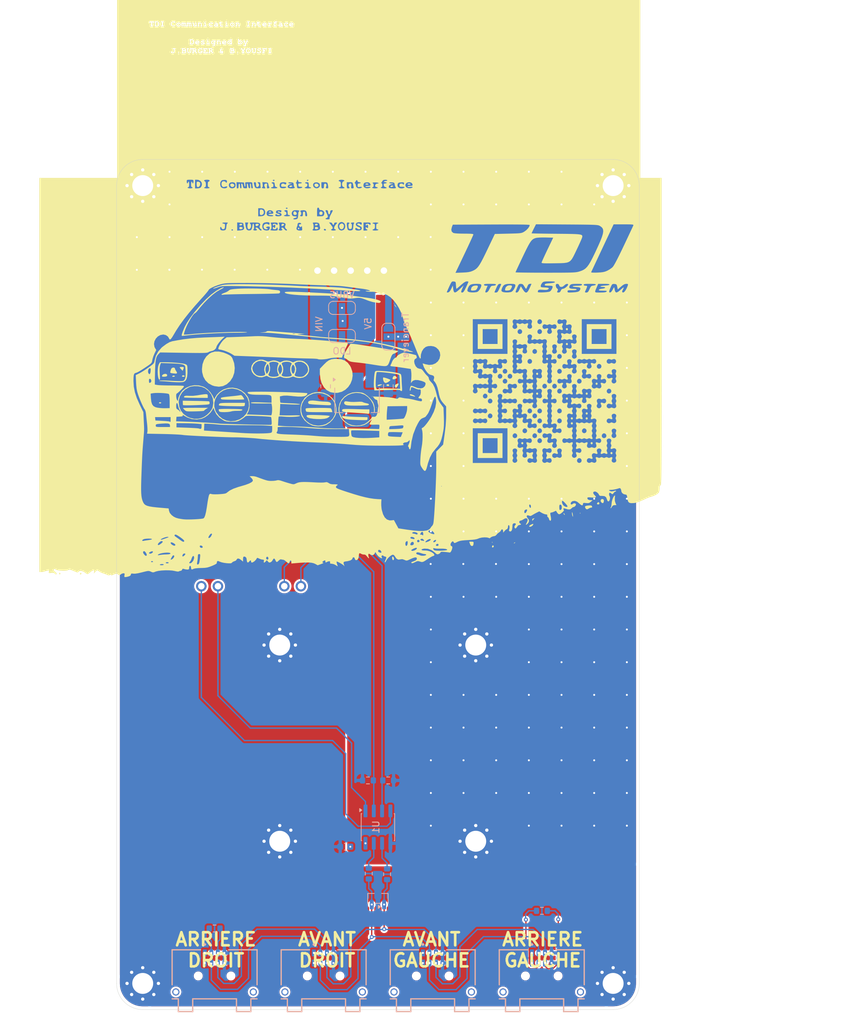
<source format=kicad_pcb>
(kicad_pcb (version 20241229) (generator "pcbnew") (generator_version "9.0")
  (layers (0 "F.Cu" signal) (2 "B.Cu" signal) (13 "F.Paste" user) (15 "B.Paste" user) (5 "F.SilkS" user "F.Silkscreen") (7 "B.SilkS" user "B.Silkscreen") (1 "F.Mask" user) (3 "B.Mask" user) (25 "Edge.Cuts" user))
  (net 0 "")
  (net 1 "GND")
  (net 2 "/A")
  (net 3 "/B")
  (net 4 "+3.3V")
  (net 5 "/DRIVE_EN")
  (net 6 "/RECIEVE_EN")
  (net 7 "Net-(U1-B)")
  (net 8 "Net-(U1-A)")
  (net 9 "/UART_TX")
  (net 10 "/UART_RX")
  (net 11 "+5V")
  (net 12 "VIN")
  (net 13 "Net-(J10-IN)")
  (net 14 "Net-(J1-Pad05)")
  (net 15 "Net-(J1-Pad03)")
  (net 16 "Net-(J3-Pad03)")
  (net 17 "Net-(J3-Pad05)")
  (net 18 "+3.3V_DISCO")
  (net 19 "Net-(J1-Pad06)")
  (net 20 "Net-(J1-Pad04)")
  (net 21 "Net-(J4-Pad05)")
  (net 22 "Net-(J4-Pad03)")
  (net 23 "/VTRANS")
  (net 24 "/VBUS")
  (footprint "MountingHole:MountingHole_3.2mm_M3_Pad_Via" (layer "F.Cu") (at 229.03 150.739999)
    (property "Reference" "H15" (hide yes))
    (property "Value" "MountingHole_Pad")
  )
  (footprint "MountingHole:MountingHole_3.2mm_M3_Pad_Via" (layer "F.Cu") (at 157.03 150.739999)
    (property "Reference" "H13" (hide yes))
    (property "Value" "MountingHole_Pad")
  )
  (footprint "LOGO" (layer "F.Cu") (at 188.83 62.813906)
    (property "Reference" "G***" (hide yes))
    (property "Value" "LOGO" (hide yes))
  )
  (footprint "MountingHole:MountingHole_3.2mm_M3_Pad_Via" (layer "F.Cu") (at 208 99)
    (property "Reference" "H14" (hide yes))
    (property "Value" "MountingHole_Pad")
  )
  (footprint "MountingHole:MountingHole_3.2mm_M3_Pad_Via" (layer "F.Cu") (at 208 129)
    (property "Reference" "H12" (hide yes))
    (property "Value" "MountingHole_Pad")
  )
  (footprint "MountingHole:MountingHole_3.2mm_M3_Pad_Via" (layer "F.Cu") (at 229.03 28.74)
    (property "Reference" "H11")
    (property "Value" "MountingHole_Pad")
  )
  (footprint "MountingHole:MountingHole_3.2mm_M3_Pad_Via" (layer "F.Cu") (at 157.03 28.74)
    (property "Reference" "H9")
    (property "Value" "MountingHole_Pad")
  )
  (footprint "MountingHole:MountingHole_3.2mm_M3_Pad_Via" (layer "F.Cu") (at 178 129)
    (property "Reference" "H10" (hide yes))
    (property "Value" "MountingHole_Pad")
  )
  (footprint "MountingHole:MountingHole_3.2mm_M3_Pad_Via" (layer "F.Cu") (at 178 99)
    (property "Reference" "H16" (hide yes))
    (property "Value" "MountingHole_Pad")
  )
  (footprint "LOGO" (layer "F.Cu") (at 193.15 14.04)
    (property "Reference" "G***")
    (property "Value" "LOGO" (hide yes))
  )
  (footprint "Resistor_SMD:R_0603_1608Metric" (layer "B.Cu") (at 168.03 142.34 180)
    (property "Reference" "R1_Term1" (hide yes))
    (property "Value" "R_Small")
  )
  (footprint "Resistor_SMD:R_0603_1608Metric" (layer "B.Cu") (at 218.13 139.64)
    (property "Reference" "R2_Term1" (hide yes))
    (property "Value" "R_Small")
  )
  (footprint "Jumper:SolderJumper-3_P1.3mm_Open_RoundedPad1.0x1.5mm_NumberLabels" (layer "B.Cu") (at 187.53 47.439999)
    (property "Reference" "PwrJumper3" (hide yes))
    (property "Value" "SolderJumper_3_Open")
  )
  (footprint "Jumper:SolderJumper-3_P1.3mm_Open_RoundedPad1.0x1.5mm_NumberLabels" (layer "B.Cu") (at 194.63 51.839999 -90)
    (property "Reference" "PwrJumper2" (hide yes))
    (property "Value" "SolderJumper_3_Open")
  )
  (footprint "Resistor_SMD:R_0603_1608Metric" (layer "B.Cu") (at 191.5 119.7 180)
    (property "Reference" "R34" (hide yes))
    (property "Value" "10k")
  )
  (footprint "Jumper:SolderJumper-3_P1.3mm_Open_RoundedPad1.0x1.5mm_NumberLabels" (layer "B.Cu") (at 187.53 51.739999)
    (property "Reference" "PwrJumper1" (hide yes))
    (property "Value" "SolderJumper_3_Open")
  )
  (footprint "Resistor_SMD:R_0603_1608Metric" (layer "B.Cu") (at 194.6 119.7)
    (property "Reference" "R35" (hide yes))
    (property "Value" "10k")
  )
  (footprint "Footprints:SAMTEC_T1M-04-GF-DH" (layer "B.Cu") (at 168.03 146.848332 180)
    (property "Reference" "J4" (hide yes))
    (property "Value" "T1M-04-GF-DH" (hide yes))
  )
  (footprint "Footprints:SAMTEC_T1M-04-GF-DH" (layer "B.Cu") (at 218.105 146.848332 180)
    (property "Reference" "J1" (hide yes))
    (property "Value" "T1M-04-GF-DH" (hide yes))
  )
  (footprint "Module:Arduino_UNO_R3" (layer "B.Cu") (at 201.56 41.74 180)
    (property "Reference" "A1" (hide yes))
    (property "Value" "Arduino_UNO_R3")
  )
  (footprint "Footprints:SAMTEC_T1M-04-GF-DH" (layer "B.Cu") (at 201.413333 146.848333 180)
    (property "Reference" "J2" (hide yes))
    (property "Value" "T1M-04-GF-DH" (hide yes))
  )
  (footprint "Capacitor_SMD:C_0805_2012Metric_Pad1.18x1.45mm_HandSolder" (layer "B.Cu") (at 185.030001 59.439999 -90)
    (property "Reference" "C19" (hide yes))
    (property "Value" "10u")
  )
  (footprint "Resistor_SMD:R_0603_1608Metric" (layer "B.Cu") (at 191.63 133.94 -90)
    (property "Reference" "R36" (hide yes))
    (property "Value" "10")
  )
  (footprint "Capacitor_SMD:C_0805_2012Metric_Pad1.18x1.45mm_HandSolder" (layer "B.Cu") (at 194.63 59.439999 -90)
    (property "Reference" "C20" (hide yes))
    (property "Value" "22u")
  )
  (footprint "Package_SO:SOIC-8_3.9x4.9mm_P1.27mm" (layer "B.Cu") (at 193.03 126.839999 -90)
    (property "Reference" "U1")
    (property "Value" "THVD1400")
  )
  (footprint "Package_TO_SOT_SMD:SOT-223" (layer "B.Cu") (at 189.83 61.539999 -90)
    (property "Reference" "J10" (hide yes))
    (property "Value" "AZ1117")
  )
  (footprint "Footprints:SAMTEC_T1M-04-GF-DH" (layer "B.Cu") (at 184.721667 146.848332 180)
    (property "Reference" "J3" (hide yes))
    (property "Value" "T1M-04-GF-DH" (hide yes))
  )
  (footprint "Package_TO_SOT_SMD:SOT-23" (layer "B.Cu") (at 193.03 137.74 90)
    (property "Reference" "D2" (hide yes))
    (property "Value" "CDSOT23-SM712")
  )
  (footprint "Resistor_SMD:R_0603_1608Metric" (layer "B.Cu") (at 194.43 134.039999 -90)
    (property "Reference" "R37" (hide yes))
    (property "Value" "10")
  )
  (footprint "Capacitor_SMD:C_0603_1608Metric" (layer "B.Cu") (at 188.03 129.839999 180)
    (property "Reference" "C30" (hide yes))
    (property "Value" "220n")
  )
  (gr_arc (start 157.03 154.739999) (mid 154.201573 153.568426) (end 153.030001 150.739999) (stroke (width 0.05)) (layer "Edge.Cuts"))
  (gr_arc (start 233.03 150.739999) (mid 231.858427 153.568425) (end 229.03 154.739999) (stroke (width 0.05)) (layer "Edge.Cuts"))
  (gr_line (start 233.03 150.739999) (end 233.030001 28.739999) (stroke (width 0.05)) (layer "Edge.Cuts"))
  (gr_line (start 229.030001 24.739999) (end 157.03 24.739999) (stroke (width 0.05)) (layer "Edge.Cuts"))
  (gr_arc (start 153.03 28.739999) (mid 154.201573 25.911571) (end 157.03 24.739999) (stroke (width 0.05)) (layer "Edge.Cuts"))
  (gr_line (start 153.03 28.739999) (end 153.030001 150.739999) (stroke (width 0.05)) (layer "Edge.Cuts"))
  (gr_arc (start 229.030001 24.739999) (mid 231.858427 25.911572) (end 233.030001 28.739999) (stroke (width 0.05)) (layer "Edge.Cuts"))
  (gr_line (start 229.03 154.739999) (end 157.03 154.739999) (stroke (width 0.05)) (layer "Edge.Cuts"))
  (gr_text "ARRIERE\nDROIT" (at 168.235 148.394998 0) (layer "F.SilkS") (effects (font (size 2 2) (thickness 0.4) (bold yes)) (justify bottom)))
  (gr_text "AVANT\nGAUCHE" (at 201.235 148.394998 0) (layer "F.SilkS") (effects (font (size 2 2) (thickness 0.4) (bold yes)) (justify bottom)))
  (gr_text "ARRIERE\nGAUCHE" (at 218.235 148.394998 0) (layer "F.SilkS") (effects (font (size 2 2) (thickness 0.4) (bold yes)) (justify bottom)))
  (gr_text "AVANT\nDROIT" (at 185.235 148.394998 0) (layer "F.SilkS") (effects (font (size 2 2) (thickness 0.4) (bold yes)) (justify bottom)))
  (gr_text "Tranciever" (at 197.23 51.94 90) (layer "B.SilkS") (effects (font (size 1 1)) (justify mirror)))
  (gr_text "5V" (at 191.530001 49.84 90) (layer "B.SilkS") (effects (font (size 1 1)) (justify mirror)))
  (gr_text "VIN" (at 184.03 49.939999 90) (layer "B.SilkS") (effects (font (size 1 1)) (justify mirror)))
  (gr_text "VBUS" (at 187.530001 45.439999 0) (layer "B.SilkS") (effects (font (size 1 1)) (justify mirror)))
  (gr_text "LDO" (at 187.53 54.04 0) (layer "B.SilkS") (effects (font (size 1 1)) (justify mirror)))
  (via (at 219.605 147.623332) (size 0.6) (drill 0.3) (layers "F.Cu" "B.Cu") (net 1))
  (via (at 221.13 116.620001) (size 0.6) (drill 0.3) (layers "F.Cu" "B.Cu") (net 1))
  (via (at 169.53 146.073332) (size 0.5) (drill 0.3) (layers "F.Cu" "B.Cu") (net 1))
  (via (at 156.130001 36.620001) (size 0.6) (drill 0.3) (layers "F.Cu" "B.Cu") (net 1))
  (via (at 201.13 76.62) (size 0.6) (drill 0.3) (layers "F.Cu" "B.Cu") (net 1))
  (via (at 216.130001 76.62) (size 0.6) (drill 0.3) (layers "F.Cu" "B.Cu") (net 1))
  (via (at 231.13 86.62) (size 0.6) (drill 0.3) (layers "F.Cu" "B.Cu") (net 1))
  (via (at 166.1 41.6) (size 0.6) (drill 0.3) (layers "F.Cu" "B.Cu") (net 1))
  (via (at 221.13 31.62) (size 0.6) (drill 0.3) (layers "F.Cu" "B.Cu") (net 1))
  (via (at 221.130001 81.62) (size 0.6) (drill 0.3) (layers "F.Cu" "B.Cu") (net 1))
  (via (at 166.13 36.62) (size 0.6) (drill 0.3) (layers "F.Cu" "B.Cu") (net 1))
  (via (at 211.1 86.6) (size 0.6) (drill 0.3) (layers "F.Cu" "B.Cu") (net 1))
  (via (at 211.130001 91.620001) (size 0.6) (drill 0.3) (layers "F.Cu" "B.Cu") (net 1))
  (via (at 231.13 56.62) (size 0.6) (drill 0.3) (layers "F.Cu" "B.Cu") (net 1))
  (via (at 196.13 36.620001) (size 0.6) (drill 0.3) (layers "F.Cu" "B.Cu") (net 1))
  (via (at 206.130001 121.62) (size 0.6) (drill 0.3) (layers "F.Cu" "B.Cu") (net 1))
  (via (at 216.130001 31.62) (size 0.6) (drill 0.3) (layers "F.Cu" "B.Cu") (net 1))
  (via (at 216.13 91.62) (size 0.6) (drill 0.3) (layers "F.Cu" "B.Cu") (net 1))
  (via (at 211.130001 121.62) (size 0.6) (drill 0.3) (layers "F.Cu" "B.Cu") (net 1))
  (via (at 201.13 31.62) (size 0.6) (drill 0.3) (layers "F.Cu" "B.Cu") (net 1))
  (via (at 161.13 41.62) (size 0.6) (drill 0.3) (layers "F.Cu" "B.Cu") (net 1))
  (via (at 201.13 81.62) (size 0.6) (drill 0.3) (layers "F.Cu" "B.Cu") (net 1))
  (via (at 226.13 76.620001) (size 0.6) (drill 0.3) (layers "F.Cu" "B.Cu") (net 1))
  (via (at 216.130001 86.62) (size 0.6) (drill 0.3) (layers "F.Cu" "B.Cu") (net 1))
  (via (at 216.13 111.62) (size 0.6) (drill 0.3) (layers "F.Cu" "B.Cu") (net 1))
  (via (at 216.13 46.62) (size 0.6) (drill 0.3) (layers "F.Cu" "B.Cu") (net 1))
  (via (at 216.130001 126.62) (size 0.6) (drill 0.3) (layers "F.Cu" "B.Cu") (net 1))
  (via (at 226.13 91.62) (size 0.6) (drill 0.3) (layers "F.Cu" "B.Cu") (net 1))
  (via (at 201.13 106.62) (size 0.6) (drill 0.3) (layers "F.Cu" "B.Cu") (net 1))
  (via (at 181.13 36.620001) (size 0.6) (drill 0.3) (layers "F.Cu" "B.Cu") (net 1))
  (via (at 221.13 96.62) (size 0.6) (drill 0.3) (layers "F.Cu" "B.Cu") (net 1))
  (via (at 191.13 26.62) (size 0.6) (drill 0.3) (layers "F.Cu" "B.Cu") (net 1))
  (via (at 226.13 101.62) (size 0.6) (drill 0.3) (layers "F.Cu" "B.Cu") (net 1))
  (via (at 202.913333 146.073333) (size 0.5) (drill 0.3) (layers "F.Cu" "B.Cu") (net 1))
  (via (at 211.130001 31.62) (size 0.6) (drill 0.3) (layers "F.Cu" "B.Cu") (net 1))
  (via (at 161.130001 36.620001) (size 0.6) (drill 0.3) (layers "F.Cu" "B.Cu") (net 1))
  (via (at 231.13 61.620001) (size 0.6) (drill 0.3) (layers "F.Cu" "B.Cu") (net 1))
  (via (at 206.13 111.62) (size 0.6) (drill 0.3) (layers "F.Cu" "B.Cu") (net 1))
  (via (at 226.13 86.62) (size 0.6) (drill 0.3) (layers "F.Cu" "B.Cu") (net 1))
  (via (at 206.13 51.62) (size 0.6) (drill 0.3) (layers "F.Cu" "B.Cu") (net 1))
  (via (at 201.13 71.62) (size 0.6) (drill 0.3) (layers "F.Cu" "B.Cu") (net 1))
  (via (at 231.13 116.620001) (size 0.6) (drill 0.3) (layers "F.Cu" "B.Cu") (net 1))
  (via (at 166.130001 26.62) (size 0.6) (drill 0.3) (layers "F.Cu" "B.Cu") (net 1))
  (via (at 221.13 46.62) (size 0.6) (drill 0.3) (layers "F.Cu" "B.Cu") (net 1))
  (via (at 211.130001 81.62) (size 0.6) (drill 0.3) (layers "F.Cu" "B.Cu") (net 1))
  (via (at 216.13 121.620001) (size 0.6) (drill 0.3) (layers "F.Cu" "B.Cu") (net 1))
  (via (at 201.13 121.62) (size 0.6) (drill 0.3) (layers "F.Cu" "B.Cu") (net 1))
  (via (at 221.130001 26.62) (size 0.6) (drill 0.3) (layers "F.Cu" "B.Cu") (net 1))
  (via (at 211.13 116.620001) (size 0.6) (drill 0.3) (layers "F.Cu" "B.Cu") (net 1))
  (via (at 181.13 26.62) (size 0.6) (drill 0.3) (layers "F.Cu" "B.Cu") (net 1))
  (via (at 226.13 116.620001) (size 0.6) (drill 0.3) (layers "F.Cu" "B.Cu") (net 1))
  (via (at 176.1 41.599999) (size 0.6) (drill 0.3) (layers "F.Cu" "B.Cu") (net 1))
  (via (at 211.13 111.62) (size 0.6) (drill 0.3) (layers "F.Cu" "B.Cu") (net 1))
  (via (at 231.13 121.620001) (size 0.6) (drill 0.3) (layers "F.Cu" "B.Cu") (net 1))
  (via (at 221.13 111.62) (size 0.6) (drill 0.3) (layers "F.Cu" "B.Cu") (net 1))
  (via (at 191.13 36.620001) (size 0.6) (drill 0.3) (layers "F.Cu" "B.Cu") (net 1))
  (via (at 201.13 66.62) (size 0.6) (drill 0.3) (layers "F.Cu" "B.Cu") (net 1))
  (via (at 181.1 41.6) (size 0.6) (drill 0.3) (layers "F.Cu" "B.Cu") (net 1))
  (via (at 231.13 81.62) (size 0.6) (drill 0.3) (layers "F.Cu" "B.Cu") (net 1))
  (via (at 206.130001 116.62) (size 0.6) (drill 0.3) (layers "F.Cu" "B.Cu") (net 1))
  (via (at 206.13 61.620001) (size 0.6) (drill 0.3) (layers "F.Cu" "B.Cu") (net 1))
  (via (at 216.13 116.620001) (size 0.6) (drill 0.3) (layers "F.Cu" "B.Cu") (net 1))
  (via (at 216.13 101.62) (size 0.6) (drill 0.3) (layers "F.Cu" "B.Cu") (net 1))
  (via (at 231.13 71.620001) (size 0.6) (drill 0.3) (layers "F.Cu" "B.Cu") (net 1))
  (via (at 186.221667 147.623332) (size 0.5) (drill 0.3) (layers "F.Cu" "B.Cu") (net 1))
  (via (at 201.1 41.6) (size 0.6) (drill 0.3) (layers "F.Cu" "B.Cu") (net 1))
  (via (at 201.13 61.62) (size 0.6) (drill 0.3) (layers "F.Cu" "B.Cu") (net 1))
  (via (at 201.13 46.620001) (size 0.6) (drill 0.3) (layers "F.Cu" "B.Cu") (net 1))
  (via (at 216.13 106.62) (size 0.6) (drill 0.3) (layers "F.Cu" "B.Cu") (net 1))
  (via (at 226.13 121.620001) (size 0.6) (drill 0.3) (layers "F.Cu" "B.Cu") (net 1))
  (via (at 206.13 56.62) (size 0.6) (drill 0.3) (layers "F.Cu" "B.Cu") (net 1))
  (via (at 219.605 146.073332) (size 0.6) (drill 0.3) (layers "F.Cu" "B.Cu") (net 1))
  (via (at 206.130001 71.62) (size 0.6) (drill 0.3) (layers "F.Cu" "B.Cu") (net 1))
  (via (at 201.13 96.620001) (size 0.6) (drill 0.3) (layers "F.Cu" "B.Cu") (net 1))
  (via (at 221.13 91.62) (size 0.6) (drill 0.3) (layers "F.Cu" "B.Cu") (net 1))
  (via (at 161.100001 41.6) (size 0.6) (drill 0.3) (layers "F.Cu" "B.Cu") (net 1))
  (via (at 211.13 46.62) (size 0.6) (drill 0.3) (layers "F.Cu" "B.Cu") (net 1))
  (via (at 201.13 126.62) (size 0.6) (drill 0.3) (layers "F.Cu" "B.Cu") (net 1))
  (via (at 201.099999 86.6) (size 0.6) (drill 0.3) (layers "F.Cu" "B.Cu") (net 1))
  (via (at 171.1 41.6) (size 0.6) (drill 0.3) (layers "F.Cu" "B.Cu") (net 1))
  (via (at 216.130001 81.62) (size 0.6) (drill 0.3) (layers "F.Cu" "B.Cu") (net 1))
  (via (at 231.13 106.62) (size 0.6) (drill 0.3) (layers "F.Cu" "B.Cu") (net 1))
  (via (at 201.13 111.62) (size 0.6) (drill 0.3) (layers "F.Cu" "B.Cu") (net 1))
  (via (at 221.13 126.620001) (size 0.6) (drill 0.3) (layers "F.Cu" "B.Cu") (net 1))
  (via (at 221.13 121.620001) (size 0.6) (drill 0.3) (layers "F.Cu" "B.Cu") (net 1))
  (via (at 206.130001 91.620001) (size 0.6) (drill 0.3) (layers "F.Cu" "B.Cu") (net 1))
  (via (at 221.13 101.62) (size 0.6) (drill 0.3) (layers "F.Cu" "B.Cu") (net 1))
  (via (at 231.13 91.62) (size 0.6) (drill 0.3) (layers "F.Cu" "B.Cu") (net 1))
  (via (at 201.13 26.62) (size 0.6) (drill 0.3) (layers "F.Cu" "B.Cu") (net 1))
  (via (at 231.13 51.62) (size 0.6) (drill 0.3) (layers "F.Cu" "B.Cu") (net 1))
  (via (at 176.13 36.62) (size 0.6) (drill 0.3) (layers "F.Cu" "B.Cu") (net 1))
  (via (at 231.13 126.620001) (size 0.6) (drill 0.3) (layers "F.Cu" "B.Cu") (net 1))
  (via (at 186.221667 146.073332) (size 0.5) (drill 0.3) (layers "F.Cu" "B.Cu") (net 1))
  (via (at 226.13 46.62) (size 0.6) (drill 0.3) (layers "F.Cu" "B.Cu") (net 1))
  (via (at 226.13 126.620001) (size 0.6) (drill 0.3) (layers "F.Cu" "B.Cu") (net 1))
  (via (at 221.13 86.62) (size 0.6) (drill 0.3) (layers "F.Cu" "B.Cu") (net 1))
  (via (at 186.13 36.620001) (size 0.6) (drill 0.3) (layers "F.Cu" "B.Cu") (net 1))
  (via (at 206.130001 76.62) (size 0.6) (drill 0.3) (layers "F.Cu" "B.Cu") (net 1))
  (via (at 161.130001 26.62) (size 0.6) (drill 0.3) (layers "F.Cu" "B.Cu") (net 1))
  (via (at 231.13 76.62) (size 0.6) (drill 0.3) (layers "F.Cu" "B.Cu") (net 1))
  (via (at 201.1 36.600001) (size 0.6) (drill 0.3) (layers "F.Cu" "B.Cu") (net 1))
  (via (at 226.13 106.62) (size 0.6) (drill 0.3) (layers "F.Cu" "B.Cu") (net 1))
  (via (at 202.913333 147.623333) (size 0.5) (drill 0.3) (layers "F.Cu" "B.Cu") (net 1))
  (via (at 201.13 56.62) (size 0.6) (drill 0.3) (layers "F.Cu" "B.Cu") (net 1))
  (via (at 231.13 111.62) (size 0.6) (drill 0.3) (layers "F.Cu" "B.Cu") (net 1))
  (via (at 206.13 46.62) (size 0.6) (drill 0.3) (layers "F.Cu" "B.Cu") (net 1))
  (via (at 221.13 106.62) (size 0.6) (drill 0.3) (layers "F.Cu" "B.Cu") (net 1))
  (via (at 221.13 76.620001) (size 0.6) (drill 0.3) (layers "F.Cu" "B.Cu") (net 1))
  (via (at 216.13 96.62) (size 0.6) (drill 0.3) (layers "F.Cu" "B.Cu") (net 1))
  (via (at 206.130001 66.62) (size 0.6) (drill 0.3) (layers "F.Cu" "B.Cu") (net 1))
  (via (at 206.130001 81.62) (size 0.6) (drill 0.3) (layers "F.Cu" "B.Cu") (net 1))
  (via (at 231.13 96.62) (size 0.6) (drill 0.3) (layers "F.Cu" "B.Cu") (net 1))
  (via (at 196.13 26.62) (size 0.6) (drill 0.3) (layers "F.Cu" "B.Cu") (net 1))
  (via (at 161.130001 31.62) (size 0.6) (drill 0.3) (layers "F.Cu" "B.Cu") (net 1))
  (via (at 206.1 86.6) (size 0.6) (drill 0.3) (layers "F.Cu" "B.Cu") (net 1))
  (via (at 206.130001 26.62) (size 0.6) (drill 0.3) (layers "F.Cu" "B.Cu") (net 1))
  (via (at 231.13 101.62) (size 0.6) (drill 0.3) (layers "F.Cu" "B.Cu") (net 1))
  (via (at 171.13 36.62) (size 0.6) (drill 0.3) (layers "F.Cu" "B.Cu") (net 1))
  (via (at 231.13 66.620001) (size 0.6) (drill 0.3) (layers "F.Cu" "B.Cu") (net 1))
  (via (at 211.130001 76.62) (size 0.6) (drill 0.3) (layers "F.Cu" "B.Cu") (net 1))
  (via (at 176.13 26.62) (size 0.6) (drill 0.3) (layers "F.Cu" "B.Cu") (net 1))
  (via (at 206.130001 31.62) (size 0.6) (drill 0.3) (layers "F.Cu" "B.Cu") (net 1))
  (via (at 156.130001 41.620001) (size 0.6) (drill 0.3) (layers "F.Cu" "B.Cu") (net 1))
  (via (at 211.13 106.62) (size 0.6) (drill 0.3) (layers "F.Cu" "B.Cu") (net 1))
  (via (at 226.13 96.62) (size 0.6) (drill 0.3) (layers "F.Cu" "B.Cu") (net 1))
  (via (at 226.13 31.62) (size 0.6) (drill 0.3) (layers "F.Cu" "B.Cu") (net 1))
  (via (at 201.13 116.62) (size 0.6) (drill 0.3) (layers "F.Cu" "B.Cu") (net 1))
  (via (at 231.13 46.62) (size 0.6) (drill 0.3) (layers "F.Cu" "B.Cu") (net 1))
  (via (at 201.13 101.620001) (size 0.6) (drill 0.3) (layers "F.Cu" "B.Cu") (net 1))
  (via (at 226.13 81.62) (size 0.6) (drill 0.3) (layers "F.Cu" "B.Cu") (net 1))
  (via (at 216.130001 26.62) (size 0.6) (drill 0.3) (layers "F.Cu" "B.Cu") (net 1))
  (via (at 211.130001 26.62) (size 0.6) (drill 0.3) (layers "F.Cu" "B.Cu") (net 1))
  (via (at 169.53 147.623332) (size 0.5) (drill 0.3) (layers "F.Cu" "B.Cu") (net 1))
  (via (at 171.13 26.620001) (size 0.6) (drill 0.3) (layers "F.Cu" "B.Cu") (net 1))
  (via (at 226.13 111.62) (size 0.6) (drill 0.3) (layers "F.Cu" "B.Cu") (net 1))
  (via (at 201.13 51.62) (size 0.6) (drill 0.3) (layers "F.Cu" "B.Cu") (net 1))
  (via (at 186.13 26.62) (size 0.6) (drill 0.3) (layers "F.Cu" "B.Cu") (net 1))
  (via (at 206.13 106.62) (size 0.6) (drill 0.3) (layers "F.Cu" "B.Cu") (net 1))
  (via (at 201.13 91.620001) (size 0.6) (drill 0.3) (layers "F.Cu" "B.Cu") (net 1))
  (segment (start 193.98 142.439999) (end 193.98 138.677499) (width 0.2) (layer "F.Cu") (net 2))
  (via (at 193.98 138.677499) (size 0.6) (drill 0.3) (layers "F.Cu" "B.Cu") (net 2))
  (via (at 185.221667 147.623332) (size 0.5) (drill 0.3) (layers "F.Cu" "B.Cu") (net 2))
  (via (at 201.913333 146) (size 0.5) (drill 0.3) (layers "F.Cu" "B.Cu") (net 2))
  (via (at 193.98 142.439999) (size 0.6) (drill 0.3) (layers "F.Cu" "B.Cu") (net 2))
  (segment (start 186.18 150.79) (end 185.221667 149.831667) (width 0.2) (layer "B.Cu") (net 2))
  (segment (start 187.78 150.79) (end 186.18 150.79) (width 0.2) (layer "B.Cu") (net 2))
  (segment (start 188.88 144.889999) (end 188.88 149.689999) (width 0.2) (layer "B.Cu") (net 2))
  (segment (start 200.080001 142.489999) (end 201.913333 144.323331) (width 0.2) (layer "B.Cu") (net 2))
  (segment (start 193.98 136.689999) (end 193.98 138.677499) (width 0.2) (layer "B.Cu") (net 2))
  (segment (start 193.93 142.489999) (end 191.28 142.489999) (width 0.2) (layer "B.Cu") (net 2))
  (segment (start 193.98 142.439999) (end 194.03 142.489999) (width 0.2) (layer "B.Cu") (net 2))
  (segment (start 185.221667 149.831667) (end 185.221667 147.623332) (width 0.2) (layer "B.Cu") (net 2))
  (segment (start 191.28 142.489999) (end 188.88 144.889999) (width 0.2) (layer "B.Cu") (net 2))
  (segment (start 188.88 149.689999) (end 187.78 150.79) (width 0.2) (layer "B.Cu") (net 2))
  (segment (start 193.98 142.439999) (end 193.93 142.489999) (width 0.2) (layer "B.Cu") (net 2))
  (segment (start 194.43 136.239999) (end 193.98 136.689999) (width 0.2) (layer "B.Cu") (net 2))
  (segment (start 194.03 142.489999) (end 200.080001 142.489999) (width 0.2) (layer "B.Cu") (net 2))
  (segment (start 201.913333 144.323331) (end 201.913333 146) (width 0.2) (layer "B.Cu") (net 2))
  (segment (start 194.43 134.864999) (end 194.43 136.239999) (width 0.2) (layer "B.Cu") (net 2))
  (segment (start 201.913333 146) (end 201.913333 146.064998) (width 0.2) (layer "B.Cu") (net 2))
  (segment (start 192.180001 143.589999) (end 192.12 143.65) (width 0.2) (layer "F.Cu") (net 3))
  (segment (start 192.12 143.65) (end 192.08 143.65) (width 0.2) (layer "F.Cu") (net 3))
  (segment (start 192.08 143.65) (end 192.08 138.677499) (width 0.2) (layer "F.Cu") (net 3))
  (via (at 184.221667 147.623332) (size 0.5) (drill 0.3) (layers "F.Cu" "B.Cu") (net 3))
  (via (at 200.913333 146.064998) (size 0.5) (drill 0.3) (layers "F.Cu" "B.Cu") (net 3))
  (via (at 192.08 138.677499) (size 0.6) (drill 0.3) (layers "F.Cu" "B.Cu") (net 3))
  (via (at 192.08 143.65) (size 0.6) (drill 0.3) (layers "F.Cu" "B.Cu") (net 3))
  (segment (start 188.28 151.689999) (end 189.98 149.989999) (width 0.2) (layer "B.Cu") (net 3))
  (segment (start 185.680001 151.689999) (end 184.221667 150.231665) (width 0.2) (layer "B.Cu") (net 3))
  (segment (start 189.980001 145.789999) (end 192.180001 143.589999) (width 0.2) (layer "B.Cu") (net 3))
  (segment (start 192.180001 143.589999) (end 199.58 143.589999) (width 0.2) (layer "B.Cu") (net 3))
  (segment (start 191.63 136.239999) (end 192.08 136.689999) (width 0.2) (layer "B.Cu") (net 3))
  (segment (start 192.08 136.689999) (end 192.080001 138.639999) (width 0.2) (layer "B.Cu") (net 3))
  (segment (start 191.63 134.765) (end 191.63 136.239999) (width 0.2) (layer "B.Cu") (net 3))
  (segment (start 199.58 143.589999) (end 200.913333 144.923332) (width 0.2) (layer "B.Cu") (net 3))
  (segment (start 200.913333 144.923332) (end 200.913333 146.064998) (width 0.2) (layer "B.Cu") (net 3))
  (segment (start 192.080001 138.639999) (end 192.08 138.677499) (width 0.2) (layer "B.Cu") (net 3))
  (segment (start 185.680001 151.689999) (end 188.28 151.689999) (width 0.2) (layer "B.Cu") (net 3))
  (segment (start 184.221667 150.231665) (end 184.221667 147.623332) (width 0.2) (layer "B.Cu") (net 3))
  (segment (start 189.98 149.989999) (end 189.980001 145.789999) (width 0.2) (layer "B.Cu") (net 3))
  (segment (start 192.1425 58.402499) (end 192.13 58.39) (width 0.2) (layer "B.Cu") (net 4))
  (segment (start 189.5 84.9) (end 183.5 84.9) (width 0.2) (layer "B.Cu") (net 5))
  (segment (start 181.24 87.16) (end 181.24 90) (width 0.2) (layer "B.Cu") (net 5))
  (segment (start 183.5 84.9) (end 181.24 87.16) (width 0.2) (layer "B.Cu") (net 5))
  (segment (start 192.395 87.795) (end 189.5 84.9) (width 0.2) (layer "B.Cu") (net 5))
  (segment (start 192.395 124.364999) (end 192.395 87.795) (width 0.2) (layer "B.Cu") (net 5))
  (segment (start 190.3 83.5) (end 182.3 83.5) (width 0.2) (layer "B.Cu") (net 6))
  (segment (start 178.7 87.1) (end 178.7 90) (width 0.2) (layer "B.Cu") (net 6))
  (segment (start 193.665 124.364999) (end 193.665 86.865) (width 0.2) (layer "B.Cu") (net 6))
  (segment (start 182.3 83.5) (end 178.7 87.1) (width 0.2) (layer "B.Cu") (net 6))
  (segment (start 193.665 86.865) (end 190.3 83.5) (width 0.2) (layer "B.Cu") (net 6))
  (segment (start 191.63 132.239999) (end 192.395 131.475) (width 0.2) (layer "B.Cu") (net 7))
  (segment (start 191.63 133.114999) (end 191.63 132.239999) (width 0.2) (layer "B.Cu") (net 7))
  (segment (start 192.395 131.475) (end 192.395 129.314999) (width 0.2) (layer "B.Cu") (net 7))
  (segment (start 193.665 131.574999) (end 193.665001 129.314999) (width 0.2) (layer "B.Cu") (net 8))
  (segment (start 194.43 132.34) (end 193.665 131.574999) (width 0.2) (layer "B.Cu") (net 8))
  (segment (start 194.43 133.214999) (end 194.43 132.34) (width 0.2) (layer "B.Cu") (net 8))
  (segment (start 191.125 122.925) (end 189 120.8) (width 0.2) (layer "B.Cu") (net 9))
  (segment (start 168.54 106.74) (end 168.54 90) (width 0.2) (layer "B.Cu") (net 9))
  (segment (start 189 114) (end 186.7 111.7) (width 0.2) (layer "B.Cu") (net 9))
  (segment (start 186.7 111.7) (end 173.5 111.7) (width 0.2) (layer "B.Cu") (net 9))
  (segment (start 173.5 111.7) (end 168.54 106.74) (width 0.2) (layer "B.Cu") (net 9))
  (segment (start 191.125 124.364999) (end 191.125 122.925) (width 0.2) (layer "B.Cu") (net 9))
  (segment (start 189 120.8) (end 189 114) (width 0.2) (layer "B.Cu") (net 9))
  (segment (start 194.4 126.7) (end 190 126.7) (width 0.2) (layer "B.Cu") (net 10))
  (segment (start 188.1 124.8) (end 188.1 115.6) (width 0.2) (layer "B.Cu") (net 10))
  (segment (start 188.1 115.6) (end 186.1 113.6) (width 0.2) (layer "B.Cu") (net 10))
  (segment (start 194.935 124.364999) (end 194.935 126.165) (width 0.2) (layer "B.Cu") (net 10))
  (segment (start 190 126.7) (end 188.1 124.8) (width 0.2) (layer "B.Cu") (net 10))
  (segment (start 166 107) (end 166 90) (width 0.2) (layer "B.Cu") (net 10))
  (segment (start 186.1 113.6) (end 172.6 113.6) (width 0.2) (layer "B.Cu") (net 10))
  (segment (start 172.6 113.6) (end 166 107) (width 0.2) (layer "B.Cu") (net 10))
  (segment (start 194.935 126.165) (end 194.4 126.7) (width 0.2) (layer "B.Cu") (net 10))
  (segment (start 187.5175 58.402499) (end 187.53 58.389999) (width 0.2) (layer "B.Cu") (net 13))
  (segment (start 187.53 51.739999) (end 187.53 58.389999) (width 1) (layer "B.Cu") (net 13))
  (segment (start 185.03 58.402499) (end 187.5175 58.402499) (width 1) (layer "B.Cu") (net 13))
  (via (at 201.913333 147.623333) (size 0.5) (drill 0.3) (layers "F.Cu" "B.Cu") (net 14))
  (via (at 218.605 146.073332) (size 0.5) (drill 0.3) (layers "F.Cu" "B.Cu") (net 14))
  (segment (start 202.9 150.79) (end 201.913333 149.803333) (width 0.2) (layer "B.Cu") (net 14))
  (segment (start 202.88 150.79) (end 202.9 150.79) (width 0.2) (layer "B.Cu") (net 14))
  (segment (start 201.913333 149.803333) (end 201.913333 147.623333) (width 0.2) (layer "B.Cu") (net 14))
  (segment (start 204.48 150.79) (end 205.58 149.689999) (width 0.2) (layer "B.Cu") (net 14))
  (segment (start 216.78 142.489999) (end 218.605 144.314999) (width 0.2) (layer "B.Cu") (net 14))
  (segment (start 208.23 142.489999) (end 216.78 142.489999) (width 0.2) (layer "B.Cu") (net 14))
  (segment (start 202.9 150.79) (end 204.48 150.79) (width 0.2) (layer "B.Cu") (net 14))
  (segment (start 218.605 144.314999) (end 218.605 146.073332) (width 0.2) (layer "B.Cu") (net 14))
  (segment (start 205.58 149.689999) (end 205.58 145.139999) (width 0.2) (layer "B.Cu") (net 14))
  (segment (start 205.58 145.139999) (end 208.23 142.489999) (width 0.2) (layer "B.Cu") (net 14))
  (via (at 200.913333 147.623333) (size 0.5) (drill 0.3) (layers "F.Cu" "B.Cu") (net 15))
  (via (at 217.605 146.073332) (size 0.5) (drill 0.3) (layers "F.Cu" "B.Cu") (net 15))
  (segment (start 216.28 143.589999) (end 217.605 144.914999) (width 0.2) (layer "B.Cu") (net 15))
  (segment (start 206.68 146.089999) (end 209.18 143.589999) (width 0.2) (layer "B.Cu") (net 15))
  (segment (start 202.38 151.689999) (end 204.98 151.689999) (width 0.2) (layer "B.Cu") (net 15))
  (segment (start 204.98 151.689999) (end 206.68 149.989999) (width 0.2) (layer "B.Cu") (net 15))
  (segment (start 217.605 144.914999) (end 217.605 146.073332) (width 0.2) (layer "B.Cu") (net 15))
  (segment (start 200.913333 150.223332) (end 200.913333 147.623333) (width 0.2) (layer "B.Cu") (net 15))
  (segment (start 209.18 143.589999) (end 216.28 143.589999) (width 0.2) (layer "B.Cu") (net 15))
  (segment (start 202.38 151.689999) (end 200.913333 150.223332) (width 0.2) (layer "B.Cu") (net 15))
  (segment (start 206.68 149.989999) (end 206.68 146.089999) (width 0.2) (layer "B.Cu") (net 15))
  (via (at 184.221667 146.073332) (size 0.5) (drill 0.3) (layers "F.Cu" "B.Cu") (net 16))
  (via (at 167.53 147.7) (size 0.5) (drill 0.3) (layers "F.Cu" "B.Cu") (net 16))
  (segment (start 173.23 145.489999) (end 175.18 143.539999) (width 0.2) (layer "B.Cu") (net 16))
  (segment (start 167.53 150.24) (end 168.93 151.64) (width 0.2) (layer "B.Cu") (net 16))
  (segment (start 171.53 151.639999) (end 173.23 149.939999) (width 0.2) (layer "B.Cu") (net 16))
  (segment (start 182.830001 143.539999) (end 184.221667 144.931666) (width 0.2) (layer "B.Cu") (net 16))
  (segment (start 184.221667 144.931666) (end 184.221667 146.073332) (width 0.2) (layer "B.Cu") (net 16))
  (segment (start 173.23 149.939999) (end 173.23 145.489999) (width 0.2) (layer "B.Cu") (net 16))
  (segment (start 167.53 147.7) (end 167.53 150.24) (width 0.2) (layer "B.Cu") (net 16))
  (segment (start 168.93 151.64) (end 171.53 151.639999) (width 0.2) (layer "B.Cu") (net 16))
  (segment (start 167.53 147.623333) (end 167.53 147.7) (width 0.2) (layer "B.Cu") (net 16))
  (segment (start 175.18 143.539999) (end 182.830001 143.539999) (width 0.2) (layer "B.Cu") (net 16))
  (via (at 185.221668 146.073332) (size 0.5) (drill 0.3) (layers "F.Cu" "B.Cu") (net 17))
  (via (at 168.53 147.623332) (size 0.5) (drill 0.3) (layers "F.Cu" "B.Cu") (net 17))
  (segment (start 174.53 142.439999) (end 183.330001 142.439999) (width 0.2) (layer "B.Cu") (net 17))
  (segment (start 168.53 149.839999) (end 169.43 150.739999) (width 0.2) (layer "B.Cu") (net 17))
  (segment (start 172.13 144.839999) (end 174.53 142.439999) (width 0.2) (layer "B.Cu") (net 17))
  (segment (start 183.330001 142.439999) (end 185.221668 144.331666) (width 0.2) (layer "B.Cu") (net 17))
  (segment (start 169.43 150.739999) (end 171.030001 150.739999) (width 0.2) (layer "B.Cu") (net 17))
  (segment (start 172.130001 149.639999) (end 172.13 144.839999) (width 0.2) (layer "B.Cu") (net 17))
  (segment (start 185.221668 144.331666) (end 185.221668 146.073332) (width 0.2) (layer "B.Cu") (net 17))
  (segment (start 168.53 147.623332) (end 168.53 149.839999) (width 0.2) (layer "B.Cu") (net 17))
  (segment (start 171.030001 150.739999) (end 172.130001 149.639999) (width 0.2) (layer "B.Cu") (net 17))
  (segment (start 194.63 50.539999) (end 194.63 42.429999) (width 1) (layer "B.Cu") (net 18))
  (segment (start 194.63 42.429999) (end 193.94 41.74) (width 1) (layer "B.Cu") (net 18))
  (segment (start 218.63 147.6) (end 218.63 148.13) (width 0.2) (layer "F.Cu") (net 19))
  (segment (start 219 148.5) (end 219.8 148.5) (width 0.2) (layer "F.Cu") (net 19))
  (segment (start 220.630001 147.669999) (end 220.630001 140.939999) (width 0.2) (layer "F.Cu") (net 19))
  (segment (start 219.8 148.5) (end 220.630001 147.669999) (width 0.2) (layer "F.Cu") (net 19))
  (segment (start 218.63 148.13) (end 219 148.5) (width 0.2) (layer "F.Cu") (net 19))
  (via (at 220.630001 140.939999) (size 0.6) (drill 0.3) (layers "F.Cu" "B.Cu") (net 19))
  (via (at 218.63 147.6) (size 0.5) (drill 0.3) (layers "F.Cu" "B.Cu") (net 19))
  (segment (start 220.130001 139.64) (end 218.955001 139.639999) (width 0.2) (layer "B.Cu") (net 19))
  (segment (start 220.630001 140.939999) (end 220.63 140.139999) (width 0.2) (layer "B.Cu") (net 19))
  (segment (start 220.63 140.139999) (end 220.130001 139.64) (width 0.2) (layer "B.Cu") (net 19))
  (segment (start 217.630001 148.069999) (end 217.2 148.5) (width 0.2) (layer "F.Cu") (net 20))
  (segment (start 215.68 147.88) (end 215.68 140.989999) (width 0.2) (layer "F.Cu") (net 20))
  (segment (start 217.2 148.5) (end 216.3 148.5) (width 0.2) (layer "F.Cu") (net 20))
  (segment (start 217.630001 147.6) (end 217.630001 148.069999) (width 0.2) (layer "F.Cu") (net 20))
  (segment (start 215.630001 140.939999) (end 215.68 140.989999) (width 0.2) (layer "F.Cu") (net 20))
  (segment (start 216.3 148.5) (end 215.68 147.88) (width 0.2) (layer "F.Cu") (net 20))
  (via (at 215.68 140.989999) (size 0.6) (drill 0.3) (layers "F.Cu" "B.Cu") (net 20))
  (via (at 217.630001 147.6) (size 0.5) (drill 0.3) (layers "F.Cu" "B.Cu") (net 20))
  (segment (start 215.63 140.139999) (end 216.13 139.639999) (width 0.2) (layer "B.Cu") (net 20))
  (segment (start 215.630001 140.939999) (end 215.63 140.139999) (width 0.2) (layer "B.Cu") (net 20))
  (segment (start 216.13 139.639999) (end 217.305 139.64) (width 0.2) (layer "B.Cu") (net 20))
  (via (at 168.53 146.073332) (size 0.5) (drill 0.3) (layers "F.Cu" "B.Cu") (net 21))
  (segment (start 168.855 144.014999) (end 168.53 144.339999) (width 0.2) (layer "B.Cu") (net 21))
  (segment (start 168.855001 142.339999) (end 168.855 144.014999) (width 0.2) (layer "B.Cu") (net 21))
  (segment (start 168.53 144.339999) (end 168.53 146.073332) (width 0.2) (layer "B.Cu") (net 21))
  (via (at 167.53 146.073332) (size 0.5) (drill 0.3) (layers "F.Cu" "B.Cu") (net 22))
  (segment (start 167.205 143.915) (end 167.53 144.239999) (width 0.2) (layer "B.Cu") (net 22))
  (segment (start 167.53 144.239999) (end 167.53 146.073332) (width 0.2) (layer "B.Cu") (net 22))
  (segment (start 167.205 142.339999) (end 167.205 143.915) (width 0.2) (layer "B.Cu") (net 22))
  (via (at 194.63 51.839999) (size 0.6) (drill 0.3) (layers "F.Cu" "B.Cu") (net 23))
  (via (at 188.805 129.839999) (size 0.6) (drill 0.3) (layers "F.Cu" "B.Cu") (net 23))
  (via (at 196.13 51.839999) (size 0.6) (drill 0.3) (layers "F.Cu" "B.Cu") (net 23))
  (via (at 197.330001 51.84) (size 0.6) (drill 0.3) (layers "F.Cu" "B.Cu") (net 23))
  (via (at 191.125 129.315) (size 0.6) (drill 0.3) (layers "F.Cu" "B.Cu") (net 23))
  (via (at 187.53 47.439999) (size 0.6) (drill 0.3) (layers "F.Cu" "B.Cu") (net 24))
  (via (at 183.221668 147.623332) (size 0.6) (drill 0.3) (layers "F.Cu" "B.Cu") (net 24))
  (via (at 166.53 146.073332) (size 0.6) (drill 0.3) (layers "F.Cu" "B.Cu") (net 24))
  (via (at 199.913333 147.623334) (size 0.6) (drill 0.3) (layers "F.Cu" "B.Cu") (net 24))
  (via (at 216.605 147.623332) (size 0.6) (drill 0.3) (layers "F.Cu" "B.Cu") (net 24))
  (via (at 187.63 49.439999) (size 0.6) (drill 0.3) (layers "F.Cu" "B.Cu") (net 24))
  (via (at 216.605 146.073332) (size 0.6) (drill 0.3) (layers "F.Cu" "B.Cu") (net 24))
  (via (at 183.221667 146.073332) (size 0.6) (drill 0.3) (layers "F.Cu" "B.Cu") (net 24))
  (via (at 166.530001 147.623332) (size 0.6) (drill 0.3) (layers "F.Cu" "B.Cu") (net 24))
  (via (at 199.913333 146.073333) (size 0.6) (drill 0.3) (layers "F.Cu" "B.Cu") (net 24))
  (zone (net 24) (net_name "/VBUS") (layer "F.Cu") (priority 4) (connect_pads yes (clearance 0.3)) (min_thickness 0.25) (fill yes (thermal_gap 0.5) (thermal_bridge_width 0.5))
    (polygon (pts (xy 192.73 45.339999) (xy 192.73 56.120634) (xy 188.330001 62.039999) (xy 188.330001 130.536242) (xy 190.333753 132.545793) (xy 237.648889 132.68254) (xy 237.566601 152.103398) (xy 232.73 156.939999) (xy 152.730001 156.939999) (xy 146.93 151.139999) (xy 146.93 50.839999) (xy 152.43 45.34)))
  )
  (zone (net 23) (net_name "/VTRANS") (layer "F.Cu") (priority 5) (connect_pads yes (clearance 0.3)) (min_thickness 0.25) (fill yes (thermal_gap 0.5) (thermal_bridge_width 0.5))
    (polygon (pts (xy 188.330001 62.039999) (xy 192.73 56.120634) (xy 192.73 45.439999) (xy 198.430001 45.439999) (xy 198.43 132.539999) (xy 190.455581 132.539999) (xy 188.332475 130.414417)))
  )
  (zone (net 1) (net_name "GND") (layers "F.Cu" "B.Cu") (connect_pads (clearance 0.3)) (min_thickness 0.25) (fill yes (thermal_gap 0.5) (thermal_bridge_width 0.5))
    (polygon (pts (xy 152.73 24.139999) (xy 152.730001 155.339999) (xy 233.23 155.34) (xy 234.730001 153.839999) (xy 234.73 26.039999) (xy 232.83 24.139999)))
  )
  (zone (net 0) (net_name "") (layer "B.Cu") (connect_pads (clearance 0)) (min_thickness 0.25)
    (keepout (tracks allowed) (vias allowed) (pads allowed) (copperpour not_allowed) (footprints allowed))
    (fill (thermal_gap 0.5) (thermal_bridge_width 0.5))
    (polygon (pts (xy 189.3 120.1) (xy 192.2 120.1) (xy 192.2 123.6) (xy 189.3 120.7)))
  )
  (zone (net 0) (net_name "") (layer "B.Cu") (connect_pads (clearance 0)) (min_thickness 0.25)
    (keepout (tracks allowed) (vias allowed) (pads allowed) (copperpour not_allowed) (footprints allowed))
    (fill (thermal_gap 0.5) (thermal_bridge_width 0.5))
    (polygon (pts (xy 166 91.1) (xy 168.3 91.1) (xy 168.3 89.2) (xy 168 88.9) (xy 166.3 88.9) (xy 166 89.2)))
  )
  (zone (net 0) (net_name "") (layer "B.Cu") (connect_pads yes (clearance 0)) (min_thickness 0.25)
    (keepout (tracks allowed) (vias allowed) (pads allowed) (copperpour not_allowed) (footprints allowed))
    (fill (thermal_gap 0.5) (thermal_bridge_width 0.5))
    (polygon (pts (xy 192.13 133.539999) (xy 192.13 132.039999) (xy 192.73 131.439999) (xy 192.73 130.439999) (xy 192.83 130.339999) (xy 193.43 130.339999) (xy 193.53 130.44) (xy 193.53 131.74) (xy 194.13 132.34) (xy 194.13 133.339999) (xy 193.93 133.539999)))
  )
  (zone (net 4) (net_name "+3.3V") (layer "B.Cu") (priority 2) (connect_pads yes (clearance 0.3)) (min_thickness 0.25) (fill yes (thermal_gap 0.5) (thermal_bridge_width 0.5))
    (polygon (pts (xy 191.13 59.639999) (xy 195.63 59.64) (xy 195.730001 59.539999) (xy 195.73 52.539999) (xy 195.63 52.439999) (xy 192.630001 52.439999) (xy 191.130001 53.939999)))
  )
  (zone (net 0) (net_name "") (layer "B.Cu") (connect_pads (clearance 0)) (min_thickness 0.25)
    (keepout (tracks allowed) (vias allowed) (pads allowed) (copperpour not_allowed) (footprints allowed))
    (fill (thermal_gap 0.5) (thermal_bridge_width 0.5))
    (polygon (pts (xy 178.7 90.8) (xy 181 90.8) (xy 181 88.9) (xy 180.7 88.6) (xy 179 88.6) (xy 178.7 88.9)))
  )
  (zone (net 24) (net_name "/VBUS") (layer "B.Cu") (priority 3) (connect_pads yes (clearance 0.3)) (min_thickness 0.25) (fill yes (thermal_gap 0.5) (thermal_bridge_width 0.5))
    (polygon (pts (xy 187.030001 46.739999) (xy 187.03 50.44) (xy 188.23 50.439999) (xy 188.23 46.739999)))
  )
  (zone (net 0) (net_name "") (layer "B.Cu") (connect_pads yes (clearance 0)) (min_thickness 0.25)
    (keepout (tracks allowed) (vias allowed) (pads allowed) (copperpour not_allowed) (footprints allowed))
    (fill (thermal_gap 0.5) (thermal_bridge_width 0.5))
    (polygon (pts (xy 188.33 53.24) (xy 188.330001 57.339999) (xy 190.93 57.339999) (xy 191.13 57.139999) (xy 191.13 53.24)))
  )
  (zone (net 23) (net_name "/VTRANS") (layer "B.Cu") (priority 6) (connect_pads yes (clearance 0.3)) (min_thickness 0.25) (fill yes (thermal_gap 0.5) (thermal_bridge_width 0.5))
    (polygon (pts (xy 193.93 51.239999) (xy 193.930001 52.439999) (xy 197.83 52.439999) (xy 197.83 51.24)))
  )
  (zone (net 12) (net_name "VIN") (layer "B.Cu") (priority 1) (connect_pads yes (clearance 0.3)) (min_thickness 0.25) (fill yes (thermal_gap 0.5) (thermal_bridge_width 0.5))
    (polygon (pts (xy 186.930001 52.879905) (xy 186.93 45.879905) (xy 185.03 43.979905) (xy 185.030001 40.679905) (xy 182.63 40.679906) (xy 182.63 42.679905) (xy 182.63 52.039999) (xy 183.53 52.939999)))
  )
  (zone (net 11) (net_name "+5V") (layer "B.Cu") (priority 1) (connect_pads yes (clearance 0.3)) (min_thickness 0.25) (fill yes (thermal_gap 0.5) (thermal_bridge_width 0.5))
    (polygon (pts (xy 188.330001 52.996403) (xy 188.33 45.696403) (xy 190.23 43.796403) (xy 190.23 40.796404) (xy 192.630001 40.796403) (xy 192.630001 42.796404) (xy 192.630001 52.156498) (xy 191.730001 53.056498)))
  )
)
</source>
